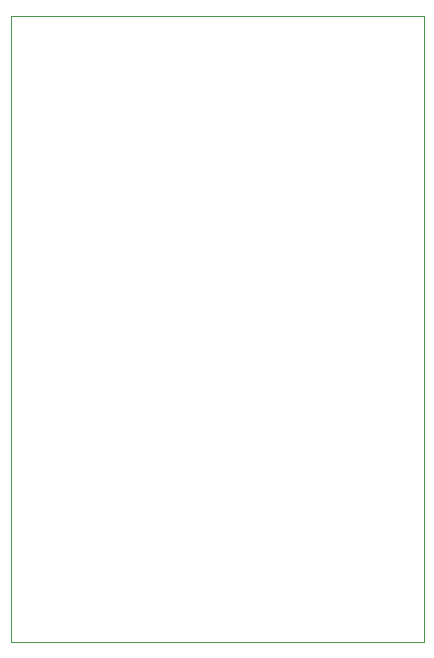
<source format=gbr>
%TF.GenerationSoftware,KiCad,Pcbnew,(5.1.10)-1*%
%TF.CreationDate,2021-06-06T23:27:32+07:00*%
%TF.ProjectId,busdisplay_r2,62757364-6973-4706-9c61-795f72322e6b,2*%
%TF.SameCoordinates,Original*%
%TF.FileFunction,Profile,NP*%
%FSLAX46Y46*%
G04 Gerber Fmt 4.6, Leading zero omitted, Abs format (unit mm)*
G04 Created by KiCad (PCBNEW (5.1.10)-1) date 2021-06-06 23:27:32*
%MOMM*%
%LPD*%
G01*
G04 APERTURE LIST*
%TA.AperFunction,Profile*%
%ADD10C,0.050000*%
%TD*%
G04 APERTURE END LIST*
D10*
X33400000Y-82800000D02*
X68400000Y-82800000D01*
X68400000Y-29800000D02*
X68400000Y-82800000D01*
X33400000Y-29800000D02*
X33400000Y-82800000D01*
X33400000Y-29800000D02*
X68400000Y-29800000D01*
M02*

</source>
